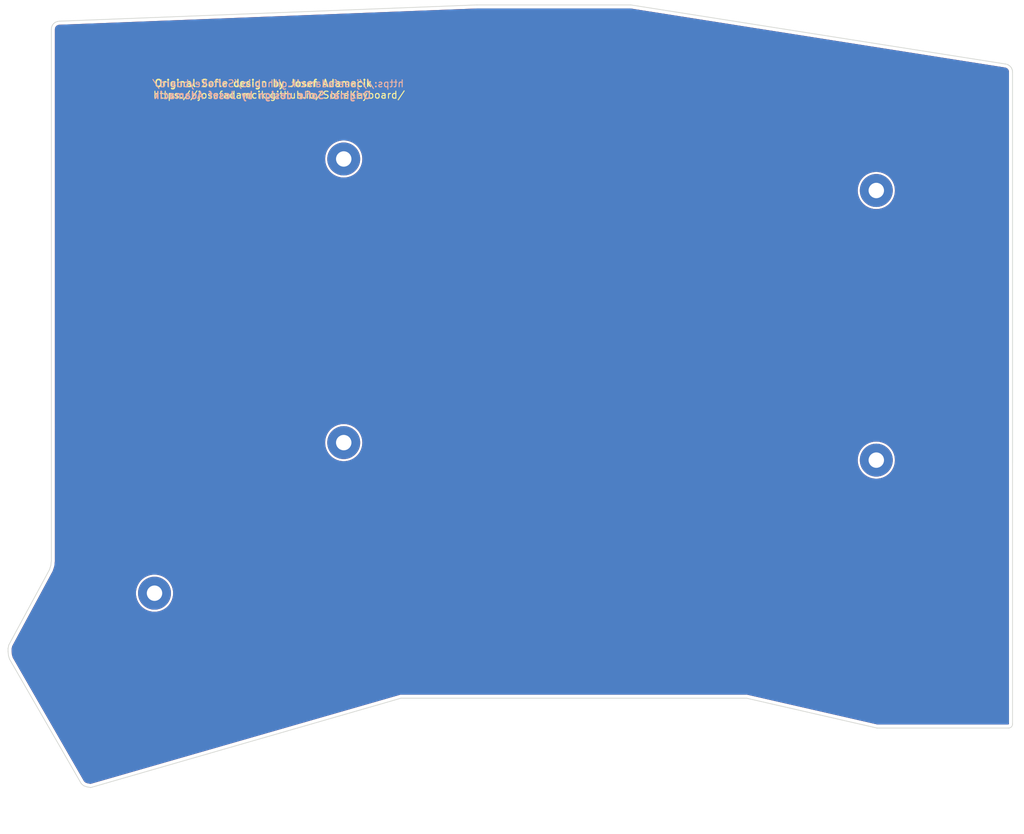
<source format=kicad_pcb>
(kicad_pcb (version 20211014) (generator pcbnew)
  (layers (0 "F.Cu" signal) (31 "B.Cu" signal) (34 "B.Paste" user) (35 "F.Paste" user) (36 "B.SilkS" user "B.Silkscreen") (37 "F.SilkS" user "F.Silkscreen") (38 "B.Mask" user) (39 "F.Mask" user) (44 "Edge.Cuts" user))
  (net 0 "")
  (footprint "SofleKeyboard-footprint:HOLE_M2_TH" (layer "F.Cu") (at 206.95 62.45)
    (fp_text reference "TH4" hide)
    (fp_text value "HOLE" hide)
    (pad "" thru_hole circle locked (at -0.225 -0.275 90) (size 4.7 4.7) (drill 2.2) (layers *.Cu *.Mask "Dwgs.User") (clearance 0.3))
  )
  (footprint "SofleKeyboard-footprint:HOLE_M2_TH" (layer "F.Cu") (at 130.7 57.75)
    (fp_text reference "TH3" hide)
    (fp_text value "HOLE" hide)
    (pad "" thru_hole circle locked (at 0.025 -0.075 90) (size 4.7 4.7) (drill 2.2) (layers *.Cu *.Mask "Dwgs.User") (clearance 0.3))
  )
  (footprint "SofleKeyboard-footprint:HOLE_M2_TH" (layer "F.Cu") (at 206.9 100.7)
    (fp_text reference "TH6" hide)
    (fp_text value "HOLE" hide)
    (pad "" thru_hole circle locked (at -0.175 -0.025 90) (size 4.7 4.7) (drill 2.2) (layers *.Cu *.Mask "Dwgs.User") (clearance 0.3))
  )
  (footprint "SofleKeyboard-footprint:HOLE_M2_TH" (layer "F.Cu") (at 130.75 98.25)
    (fp_text reference "TH5" hide)
    (fp_text value "HOLE" hide)
    (pad "" thru_hole circle locked (at -0.025 -0.075 90) (size 4.7 4.7) (drill 2.2) (layers *.Cu *.Mask "Dwgs.User") (clearance 0.3))
  )
  (footprint "SofleKeyboard-footprint:HOLE_M2_TH" (layer "F.Cu") (at 103.725 119.675 90)
    (fp_text reference "TH7" hide)
    (fp_text value "HOLE" hide)
    (pad "" thru_hole circle locked (at 0 0 180) (size 4.7 4.7) (drill 2.2) (layers *.Cu *.Mask "Dwgs.User") (clearance 0.3))
  )
  (footprint "dane:gecko-logo" (layer "F.Cu") (at 187.96 130.81)
    (fp_text reference "G***" hide)
    (fp_text value "LOGO" hide)
  )
  (footprint "Dane:big gecko" (layer "F.Cu") (at 124.46 116.84)
    (fp_text reference "G***" hide)
    (fp_text value "LOGO" hide)
  )
  (footprint "Dane:big gecko" (layer "B.Cu") (at 129.54 116.84 180)
    (fp_text reference "G***" hide)
    (fp_text value "LOGO" hide)
  )
  (footprint "Dane:gecko-logo" (layer "B.Cu") (at 187.96 130.81 180)
    (fp_text reference "G***" hide)
    (fp_text value "LOGO" hide)
  )
  (gr_line (start 226.008881 44.672807) (end 226.095281 44.853672) (layer "Edge.Cuts") (width 0.1))
  (gr_line (start 93.275 146.875) (end 83.025 129.075) (layer "Edge.Cuts") (width 0.1))
  (gr_line (start 171.675 35.675) (end 225.200441 44.120146) (layer "Edge.Cuts") (width 0.1))
  (gr_line (start 89.000257 115.075) (end 88.925 115.725) (layer "Edge.Cuts") (width 0.1))
  (gr_line (start 94.075 147.325) (end 94.625 147.425) (layer "Edge.Cuts") (width 0.1))
  (gr_line (start 82.875 128.575) (end 82.825 127.975) (layer "Edge.Cuts") (width 0.1))
  (gr_line (start 93.625 147.175) (end 94.075 147.325) (layer "Edge.Cuts") (width 0.1))
  (gr_line (start 225.402111 44.171776) (end 225.586871 44.256466) (layer "Edge.Cuts") (width 0.1))
  (gr_line (start 89.022257 38.920261) (end 89.089377 38.704014) (layer "Edge.Cuts") (width 0.1))
  (gr_line (start 88.998857 39.152435) (end 89.022257 38.920261) (layer "Edge.Cuts") (width 0.1))
  (gr_line (start 88.925 115.725) (end 88.725 116.325) (layer "Edge.Cuts") (width 0.1))
  (gr_line (start 82.825 127.975) (end 82.825 127.575) (layer "Edge.Cuts") (width 0.1))
  (gr_line (start 93.275 146.875) (end 93.625 147.175) (layer "Edge.Cuts") (width 0.1))
  (gr_line (start 225.200441 44.120146) (end 225.402111 44.171776) (layer "Edge.Cuts") (width 0.1))
  (gr_line (start 226.149381 45.049571) (end 226.168181 45.256902) (layer "Edge.Cuts") (width 0.1))
  (gr_line (start 82.925 127.075) (end 88.725 116.325) (layer "Edge.Cuts") (width 0.1))
  (gr_line (start 89.089377 38.704014) (end 89.19559 38.508327) (layer "Edge.Cuts") (width 0.1))
  (gr_line (start 89.506752 38.19716) (end 89.702436 38.090945) (layer "Edge.Cuts") (width 0.1))
  (gr_line (start 226.095281 44.853672) (end 226.149381 45.049571) (layer "Edge.Cuts") (width 0.1))
  (gr_line (start 149.725 35.675) (end 90.150853 38.000405) (layer "Edge.Cuts") (width 0.1))
  (gr_line (start 83.025 129.075) (end 82.875 128.575) (layer "Edge.Cuts") (width 0.1))
  (gr_line (start 89.19559 38.508327) (end 89.336259 38.337831) (layer "Edge.Cuts") (width 0.1))
  (gr_line (start 82.825 127.575) (end 82.925 127.075) (layer "Edge.Cuts") (width 0.1))
  (gr_line (start 89.336259 38.337831) (end 89.506752 38.19716) (layer "Edge.Cuts") (width 0.1))
  (gr_line (start 138.879128 134.675) (end 94.625 147.425) (layer "Edge.Cuts") (width 0.1))
  (gr_line (start 89.91868 38.023815) (end 90.150853 38.000405) (layer "Edge.Cuts") (width 0.1))
  (gr_line (start 225.751621 44.3706) (end 225.893321 44.510582) (layer "Edge.Cuts") (width 0.1))
  (gr_line (start 89.702436 38.090945) (end 89.91868 38.023815) (layer "Edge.Cuts") (width 0.1))
  (gr_line (start 149.725 35.675) (end 171.675 35.675) (layer "Edge.Cuts") (width 0.1))
  (gr_line (start 225.893321 44.510582) (end 226.008881 44.672807) (layer "Edge.Cuts") (width 0.1))
  (gr_line (start 89.000257 115.075) (end 88.998857 39.152435) (layer "Edge.Cuts") (width 0.1))
  (gr_line (start 225.586871 44.256466) (end 225.751621 44.3706) (layer "Edge.Cuts") (width 0.1))
  (gr_line (start 138.879128 134.675) (end 188.2219 134.673) (layer "Edge.Cuts") (width 0.1))
  (gr_line (start 206.8322 138.93282) (end 188.2219 134.673) (layer "Edge.Cuts") (width 0.1))
  (gr_line (start 226.168181 45.256902) (end 226.166702 138.363974) (layer "Edge.Cuts") (width 0.1))
  (gr_arc (start 226.166702 138.363974) (mid 225.998211 138.768023) (end 225.592641 138.932819) (layer "Edge.Cuts") (width 0.1))
  (gr_line (start 225.592641 138.932819) (end 206.8322 138.93282) (layer "Edge.Cuts") (width 0.1))
  (gr_text "https://josefadamcik.github.io/SofleKeyboard/" (at 121.355 46.915) (layer "B.SilkS") (effects (font (size 1 1)) (justify mirror)))
  (gr_text "Original Sofle design by Josef Adamacik" (at 119.105 48.585) (layer "B.SilkS") (effects (font (size 1 1) (thickness 0.2)) (justify mirror)))
  (gr_text "Original Sofle design by Josef Adamacik" (at 119.244414 46.86757) (layer "F.SilkS") (effects (font (size 1 1) (thickness 0.2))))
  (gr_text "https://josefadamcik.github.io/SofleKeyboard/" (at 121.494414 48.53757) (layer "F.SilkS") (effects (font (size 1 1))))
  (zone (net 0) (net_name "") (layers F&B.Cu) (connect_pads (clearance 0.508)) (min_thickness 0.254) (fill yes (thermal_gap 0.508) (thermal_bridge_width 0.508))
    (polygon (pts (xy 81.675 127.875) (xy 93.625 148.325) (xy 138.725 135.625) (xy 157.975 135.725) (xy 188.175 135.525) (xy 206.375 139.7) (xy 227.80625 139.7) (xy 226.725 43.475) (xy 172.425 34.975) (xy 88.175 37.275) (xy 88.525 115.675)))
  )
)
</source>
